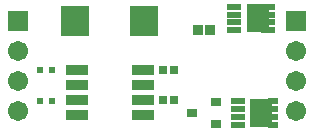
<source format=gbs>
G04*
G04 #@! TF.GenerationSoftware,Altium Limited,Altium Designer,22.3.1 (43)*
G04*
G04 Layer_Color=16711935*
%FSLAX25Y25*%
%MOIN*%
G70*
G04*
G04 #@! TF.SameCoordinates,C5F4699D-FB43-4DF1-913B-A25CA7802ECB*
G04*
G04*
G04 #@! TF.FilePolarity,Negative*
G04*
G01*
G75*
%ADD16R,0.03543X0.03150*%
%ADD20R,0.02362X0.02362*%
%ADD22R,0.01784X0.01103*%
%ADD23R,0.07591X0.09599*%
%ADD24R,0.02808X0.02395*%
%ADD25R,0.04698X0.02395*%
%ADD26R,0.07808X0.03635*%
%ADD27R,0.09461X0.10052*%
%ADD28R,0.02965X0.02965*%
%ADD29R,0.03792X0.03635*%
%ADD30C,0.06706*%
%ADD31R,0.06706X0.06706*%
D16*
X19685Y-19488D02*
D03*
Y-12008D02*
D03*
X11811Y-15748D02*
D03*
D20*
X-39075Y-11811D02*
D03*
X-34941D02*
D03*
X-39075Y-1575D02*
D03*
X-34941D02*
D03*
D22*
X37677Y-11209D02*
D03*
Y-20311D02*
D03*
D23*
X34776Y-15768D02*
D03*
X33691Y15748D02*
D03*
D24*
X39173Y-11870D02*
D03*
Y-14469D02*
D03*
Y-17067D02*
D03*
Y-19665D02*
D03*
D25*
X26929D02*
D03*
Y-17067D02*
D03*
Y-14469D02*
D03*
Y-11870D02*
D03*
X25846Y11850D02*
D03*
Y14449D02*
D03*
Y17047D02*
D03*
Y19646D02*
D03*
X37146D02*
D03*
Y17047D02*
D03*
Y14449D02*
D03*
Y11850D02*
D03*
D26*
X-26713Y-16555D02*
D03*
Y-11555D02*
D03*
Y-6555D02*
D03*
Y-1555D02*
D03*
X-4783Y-16555D02*
D03*
Y-11555D02*
D03*
Y-6555D02*
D03*
Y-1555D02*
D03*
D27*
X-4232Y14961D02*
D03*
X-27264D02*
D03*
D28*
X2165Y-1575D02*
D03*
X5709D02*
D03*
X2165Y-11417D02*
D03*
X5709D02*
D03*
D29*
X17677Y11811D02*
D03*
X13819D02*
D03*
D30*
X46457Y-15000D02*
D03*
Y-5000D02*
D03*
Y5000D02*
D03*
X-46457Y-15000D02*
D03*
Y-5000D02*
D03*
Y5000D02*
D03*
D31*
X46457Y15000D02*
D03*
X-46457D02*
D03*
M02*

</source>
